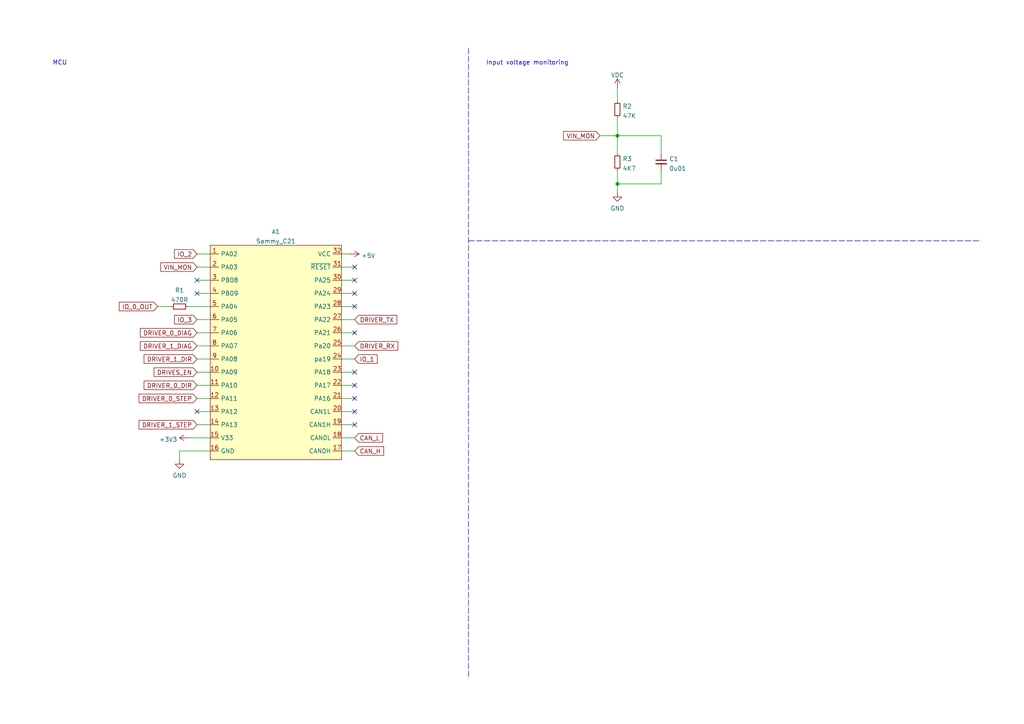
<source format=kicad_sch>
(kicad_sch (version 20211123) (generator eeschema)
  (paper "A4")
  (title_block (title "Canned ERCF Board") (date "2022-02-09") (rev "v1.0-beta2") (comment 1 "License: GPLv3") (comment 2 "by Gixxerfast based on design by Tircown"))
  (lib_symbols
    (symbol "Device:C_Small" (pin_numbers hide) (pin_names (offset 0.254) hide)
      (property "Reference" "C" (at 0.254 1.778 0))
      (property "Value" "C_Small" (at 0.254 -2.032 0))
      (symbol "C_Small_0_1"
        (polyline (pts (xy -1.524 -0.508) (xy 1.524 -0.508)) (stroke (width 0.3302)))
        (polyline (pts (xy -1.524 0.508) (xy 1.524 0.508)) (stroke (width 0.3048)))
      )
      (symbol "C_Small_1_1"
        (pin passive line (at 0 2.54 270) (length 2.032) (name "~") (number "1"))
        (pin passive line (at 0 -2.54 90) (length 2.032) (name "~") (number "2"))
      )
    )
    (symbol "Device:R_Small" (pin_numbers hide) (pin_names (offset 0.254) hide)
      (property "Reference" "R" (at 0.762 0.508 0))
      (property "Value" "R_Small" (at 0.762 -1.016 0))
      (symbol "R_Small_0_1"
        (rectangle (start -0.762 1.778) (end 0.762 -1.778) (stroke (width 0.2032)))
      )
      (symbol "R_Small_1_1"
        (pin passive line (at 0 2.54 270) (length 0.762) (name "~") (number "1"))
        (pin passive line (at 0 -2.54 90) (length 0.762) (name "~") (number "2"))
      )
    )
    (symbol "canned-ercf-board:Sammy_C21"
      (property "Reference" "A" (at 7.62 48.26 0))
      (property "Value" "Sammy_C21" (at -1.27 48.26 0))
      (symbol "Sammy_C21_0_1"
        (rectangle (start -19.05 45.72) (end 19.05 -16.51) (stroke (width 0.1524)) (fill (type background)))
      )
      (symbol "Sammy_C21_1_1"
        (pin bidirectional line (at -19.05 43.18 0) (length 2.54) (name "PA02") (number "1"))
        (pin bidirectional line (at -19.05 8.89 0) (length 2.54) (name "PA09") (number "10"))
        (pin bidirectional line (at -19.05 5.08 0) (length 2.54) (name "PA10") (number "11"))
        (pin bidirectional line (at -19.05 1.27 0) (length 2.54) (name "PA11") (number "12"))
        (pin bidirectional line (at -19.05 -2.54 0) (length 2.54) (name "PA12") (number "13"))
        (pin bidirectional line (at -19.05 -6.35 0) (length 2.54) (name "PA13") (number "14"))
        (pin power_out line (at -19.05 -10.16 0) (length 2.54) (name "V33") (number "15"))
        (pin power_in line (at -19.05 -13.97 0) (length 2.54) (name "GND") (number "16"))
        (pin bidirectional line (at 19.05 -13.97 180) (length 2.54) (name "CAN0H") (number "17"))
        (pin bidirectional line (at 19.05 -10.16 180) (length 2.54) (name "CAN0L") (number "18"))
        (pin bidirectional line (at 19.05 -6.35 180) (length 2.54) (name "CAN1H") (number "19"))
        (pin bidirectional line (at -19.05 39.37 0) (length 2.54) (name "PA03") (number "2"))
        (pin bidirectional line (at 19.05 -2.54 180) (length 2.54) (name "CAN1L") (number "20"))
        (pin bidirectional line (at 19.05 1.27 180) (length 2.54) (name "PA16") (number "21"))
        (pin bidirectional line (at 19.05 5.08 180) (length 2.54) (name "PA17") (number "22"))
        (pin bidirectional line (at 19.05 8.89 180) (length 2.54) (name "PA18") (number "23"))
        (pin bidirectional line (at 19.05 12.7 180) (length 2.54) (name "pa19") (number "24"))
        (pin bidirectional line (at 19.05 16.51 180) (length 2.54) (name "Pa20") (number "25"))
        (pin bidirectional line (at 19.05 20.32 180) (length 2.54) (name "PA21") (number "26"))
        (pin bidirectional line (at 19.05 24.13 180) (length 2.54) (name "PA22") (number "27"))
        (pin bidirectional line (at 19.05 27.94 180) (length 2.54) (name "PA23") (number "28"))
        (pin bidirectional line (at 19.05 31.75 180) (length 2.54) (name "PA24") (number "29"))
        (pin bidirectional line (at -19.05 35.56 0) (length 2.54) (name "PB08") (number "3"))
        (pin bidirectional line (at 19.05 35.56 180) (length 2.54) (name "PA25") (number "30"))
        (pin input line (at 19.05 39.37 180) (length 2.54) (name "~{RESET}") (number "31"))
        (pin power_in line (at 19.05 43.18 180) (length 2.54) (name "VCC") (number "32"))
        (pin bidirectional line (at -19.05 31.75 0) (length 2.54) (name "PB09") (number "4"))
        (pin bidirectional line (at -19.05 27.94 0) (length 2.54) (name "PA04") (number "5"))
        (pin bidirectional line (at -19.05 24.13 0) (length 2.54) (name "PA05") (number "6"))
        (pin bidirectional line (at -19.05 20.32 0) (length 2.54) (name "PA06") (number "7"))
        (pin bidirectional line (at -19.05 16.51 0) (length 2.54) (name "PA07") (number "8"))
        (pin bidirectional line (at -19.05 12.7 0) (length 2.54) (name "PA08") (number "9"))
      )
    )
    (symbol "power:+3.3V" (power) (pin_names (offset 0))
      (property "Value" "+3.3V" (at 0 3.556 0))
      (symbol "+3.3V_0_1"
        (polyline (pts (xy -0.762 1.27) (xy 0 2.54)))
        (polyline (pts (xy 0 0) (xy 0 2.54)))
        (polyline (pts (xy 0 2.54) (xy 0.762 1.27)))
      )
      (symbol "+3.3V_1_1"
        (pin power_in line (at 0 0 90) (length 0) hide (name "+3V3") (number "1"))
      )
    )
    (symbol "power:+5V" (power) (pin_names (offset 0))
      (property "Value" "+5V" (at 0 3.556 0))
      (symbol "+5V_0_1"
        (polyline (pts (xy -0.762 1.27) (xy 0 2.54)))
        (polyline (pts (xy 0 0) (xy 0 2.54)))
        (polyline (pts (xy 0 2.54) (xy 0.762 1.27)))
      )
      (symbol "+5V_1_1"
        (pin power_in line (at 0 0 90) (length 0) hide (name "+5V") (number "1"))
      )
    )
    (symbol "power:GND" (power) (pin_names (offset 0))
      (property "Value" "GND" (at 0 -3.81 0))
      (symbol "GND_0_1"
        (polyline (pts (xy 0 0) (xy 0 -1.27) (xy 1.27 -1.27) (xy 0 -2.54) (xy -1.27 -1.27) (xy 0 -1.27)))
      )
      (symbol "GND_1_1"
        (pin power_in line (at 0 0 270) (length 0) hide (name "GND") (number "1"))
      )
    )
    (symbol "power:VDC" (power) (pin_names (offset 0))
      (property "Value" "VDC" (at 0 6.35 0))
      (symbol "VDC_0_1"
        (polyline (pts (xy -0.762 1.27) (xy 0 2.54)))
        (polyline (pts (xy 0 0) (xy 0 2.54)))
        (polyline (pts (xy 0 2.54) (xy 0.762 1.27)))
      )
      (symbol "VDC_1_1"
        (pin power_in line (at 0 0 90) (length 0) hide (name "VDC") (number "1"))
      )
    )
  )
  (junction (at 179.07 39.37))
  (junction (at 179.07 53.34))
  (no_connect (at 102.87 96.52))
  (no_connect (at 57.15 85.09))
  (no_connect (at 102.87 119.38))
  (no_connect (at 102.87 111.76))
  (no_connect (at 57.15 81.28))
  (no_connect (at 102.87 115.57))
  (no_connect (at 102.87 123.19))
  (no_connect (at 102.87 77.47))
  (no_connect (at 102.87 85.09))
  (no_connect (at 102.87 88.9))
  (no_connect (at 102.87 107.95))
  (no_connect (at 57.15 119.38))
  (no_connect (at 102.87 81.28))
  (wire (pts (xy 99.06 85.09) (xy 102.87 85.09)))
  (wire (pts (xy 99.06 123.19) (xy 102.87 123.19)))
  (wire (pts (xy 52.07 130.81) (xy 52.07 133.35)))
  (wire (pts (xy 99.06 130.81) (xy 102.87 130.81)))
  (wire (pts (xy 60.96 130.81) (xy 52.07 130.81)))
  (wire (pts (xy 99.06 115.57) (xy 102.87 115.57)))
  (wire (pts (xy 99.06 92.71) (xy 102.87 92.71)))
  (wire (pts (xy 54.61 127) (xy 60.96 127)))
  (wire (pts (xy 57.15 104.14) (xy 60.96 104.14)))
  (wire (pts (xy 57.15 85.09) (xy 60.96 85.09)))
  (wire (pts (xy 99.06 104.14) (xy 102.87 104.14)))
  (wire (pts (xy 173.99 39.37) (xy 179.07 39.37)))
  (wire (pts (xy 99.06 107.95) (xy 102.87 107.95)))
  (wire (pts (xy 179.07 34.29) (xy 179.07 39.37)))
  (wire (pts (xy 99.06 88.9) (xy 102.87 88.9)))
  (wire (pts (xy 99.06 73.66) (xy 101.6 73.66)))
  (wire (pts (xy 179.07 39.37) (xy 191.77 39.37)))
  (wire (pts (xy 57.15 119.38) (xy 60.96 119.38)))
  (wire (pts (xy 57.15 96.52) (xy 60.96 96.52)))
  (wire (pts (xy 99.06 96.52) (xy 102.87 96.52)))
  (wire (pts (xy 191.77 39.37) (xy 191.77 44.45)))
  (wire (pts (xy 179.07 49.53) (xy 179.07 53.34)))
  (wire (pts (xy 179.07 39.37) (xy 179.07 44.45)))
  (wire (pts (xy 179.07 53.34) (xy 179.07 55.88)))
  (wire (pts (xy 99.06 119.38) (xy 102.87 119.38)))
  (wire (pts (xy 99.06 111.76) (xy 102.87 111.76)))
  (wire (pts (xy 191.77 53.34) (xy 179.07 53.34)))
  (polyline (pts (xy 135.89 69.85) (xy 284.48 69.85)))
  (wire (pts (xy 57.15 100.33) (xy 60.96 100.33)))
  (wire (pts (xy 57.15 81.28) (xy 60.96 81.28)))
  (wire (pts (xy 54.61 88.9) (xy 60.96 88.9)))
  (wire (pts (xy 102.87 127) (xy 99.06 127)))
  (wire (pts (xy 179.07 25.4) (xy 179.07 29.21)))
  (wire (pts (xy 57.15 107.95) (xy 60.96 107.95)))
  (wire (pts (xy 191.77 49.53) (xy 191.77 53.34)))
  (wire (pts (xy 57.15 73.66) (xy 60.96 73.66)))
  (wire (pts (xy 57.15 115.57) (xy 60.96 115.57)))
  (wire (pts (xy 57.15 92.71) (xy 60.96 92.71)))
  (wire (pts (xy 99.06 100.33) (xy 102.87 100.33)))
  (polyline (pts (xy 135.89 13.97) (xy 135.89 196.85)))
  (wire (pts (xy 99.06 77.47) (xy 102.87 77.47)))
  (wire (pts (xy 57.15 77.47) (xy 60.96 77.47)))
  (wire (pts (xy 57.15 123.19) (xy 60.96 123.19)))
  (wire (pts (xy 99.06 81.28) (xy 102.87 81.28)))
  (wire (pts (xy 57.15 111.76) (xy 60.96 111.76)))
  (wire (pts (xy 45.72 88.9) (xy 49.53 88.9)))
  (text "Input voltage monitoring" (at 140.97 19.05 0) (effects (font (size 1.27 1.27)) (justify left bottom)))
  (text "MCU" (at 15.24 19.05 0) (effects (font (size 1.27 1.27)) (justify left bottom)))
  (global_label "DRIVER_RX" (shape input) (at 102.87 100.33 0) (property "Intersheet References" "${INTERSHEET_REFS}" (effects hide)))
  (global_label "CAN_L" (shape input) (at 102.87 127 0) (property "Intersheet References" "${INTERSHEET_REFS}" (effects hide)))
  (global_label "DRIVER_0_DIAG" (shape input) (at 57.15 96.52 180) (property "Intersheet References" "${INTERSHEET_REFS}" (effects hide)))
  (global_label "CAN_H" (shape input) (at 102.87 130.81 0) (property "Intersheet References" "${INTERSHEET_REFS}" (effects hide)))
  (global_label "DRIVER_1_DIR" (shape input) (at 57.15 104.14 180) (property "Intersheet References" "${INTERSHEET_REFS}" (effects hide)))
  (global_label "DRIVER_0_DIR" (shape input) (at 57.15 111.76 180) (property "Intersheet References" "${INTERSHEET_REFS}" (effects hide)))
  (global_label "IO_3" (shape input) (at 57.15 92.71 180) (property "Intersheet References" "${INTERSHEET_REFS}" (effects hide)))
  (global_label "IO_0_OUT" (shape input) (at 45.72 88.9 180) (property "Intersheet References" "${INTERSHEET_REFS}" (effects hide)))
  (global_label "DRIVER_TX" (shape input) (at 102.87 92.71 0) (property "Intersheet References" "${INTERSHEET_REFS}" (effects hide)))
  (global_label "IO_1" (shape input) (at 102.87 104.14 0) (property "Intersheet References" "${INTERSHEET_REFS}" (effects hide)))
  (global_label "VIN_MON" (shape input) (at 173.99 39.37 180) (property "Intersheet References" "${INTERSHEET_REFS}" (effects hide)))
  (global_label "DRIVER_1_STEP" (shape input) (at 57.15 123.19 180) (property "Intersheet References" "${INTERSHEET_REFS}" (effects hide)))
  (global_label "DRIVER_0_STEP" (shape input) (at 57.15 115.57 180) (property "Intersheet References" "${INTERSHEET_REFS}" (effects hide)))
  (global_label "DRIVES_EN" (shape input) (at 57.15 107.95 180) (property "Intersheet References" "${INTERSHEET_REFS}" (effects hide)))
  (global_label "VIN_MON" (shape input) (at 57.15 77.47 180) (property "Intersheet References" "${INTERSHEET_REFS}" (effects hide)))
  (global_label "IO_2" (shape input) (at 57.15 73.66 180) (property "Intersheet References" "${INTERSHEET_REFS}" (effects hide)))
  (global_label "DRIVER_1_DIAG" (shape input) (at 57.15 100.33 180) (property "Intersheet References" "${INTERSHEET_REFS}" (effects hide)))
  (symbol (lib_id "power:GND") (at 52.07 133.35 0) (unit 1)
    (property "Reference" "#PWR01" (effects hide))
    (property "Value" "GND" (at 52.07 137.9125 0))
  )
  (symbol (lib_id "power:+3.3V") (at 54.61 127 90) (unit 1)
    (property "Reference" "#PWR02" (effects hide))
    (property "Value" "+3.3V" (at 51.435 127.479 90) (effects (justify left)))
  )
  (symbol (lib_id "power:GND") (at 179.07 55.88 0) (unit 1)
    (property "Reference" "#PWR05" (effects hide))
    (property "Value" "GND" (at 179.07 60.4425 0))
  )
  (symbol (lib_id "Device:R_Small") (at 179.07 46.99 0) (unit 1)
    (property "Reference" "R3" (at 180.5686 46.0815 0) (effects (justify left)))
    (property "Value" "4K7" (at 180.5686 48.8566 0) (effects (justify left)))
    (property "Footprint" "Resistor_SMD:R_0603_1608Metric" (effects hide))
    (property "LCSC" "C23162" (effects hide))
    (property "Part" "0603WAF4701T5E" (effects hide))
  )
  (symbol (lib_id "canned-ercf-board:Sammy_C21") (at 80.01 116.84 0) (unit 1) (in_bom no)
    (property "Reference" "A1" (at 80.01 67.2043 0))
    (property "Value" "Sammy_C21" (at 80.01 69.9794 0))
    (property "Footprint" "canned-ercf-board:Sammy_C21_Module_DIL32_2.54" (effects hide))
  )
  (symbol (lib_id "Device:C_Small") (at 191.77 46.99 0) (unit 1)
    (property "Reference" "C1" (at 194.0941 46.0878 0) (effects (justify left)))
    (property "Value" "0u01" (at 194.0941 48.8629 0) (effects (justify left)))
    (property "Footprint" "Capacitor_SMD:C_0603_1608Metric" (effects hide))
    (property "LCSC" "C57112" (effects hide))
    (property "Part" "0603B103K500NT" (effects hide))
  )
  (symbol (lib_id "Device:R_Small") (at 179.07 31.75 0) (unit 1)
    (property "Reference" "R2" (at 180.5686 30.8415 0) (effects (justify left)))
    (property "Value" "47K" (at 180.5686 33.6166 0) (effects (justify left)))
    (property "Footprint" "Resistor_SMD:R_0603_1608Metric" (effects hide))
    (property "LCSC" "C25819" (effects hide))
    (property "Part" "0603WAF4702T5E" (effects hide))
  )
  (symbol (lib_id "power:VDC") (at 179.07 25.4 0) (unit 1)
    (property "Reference" "#PWR04" (effects hide))
    (property "Value" "VDC" (at 179.07 21.7955 0))
  )
  (symbol (lib_id "power:+5V") (at 101.6 73.66 270) (unit 1)
    (property "Reference" "#PWR03" (effects hide))
    (property "Value" "+5V" (at 104.775 74.139 90) (effects (justify left)))
  )
  (symbol (lib_id "Device:R_Small") (at 52.07 88.9 90) (unit 1)
    (property "Reference" "R1" (at 52.07 84.1969 90))
    (property "Value" "470R" (at 52.07 86.972 90))
    (property "Footprint" "Resistor_SMD:R_0603_1608Metric" (effects hide))
    (property "LCSC" "C23179" (effects hide))
    (property "Part" "0603WAF4700T5E" (effects hide))
  )
)
</source>
